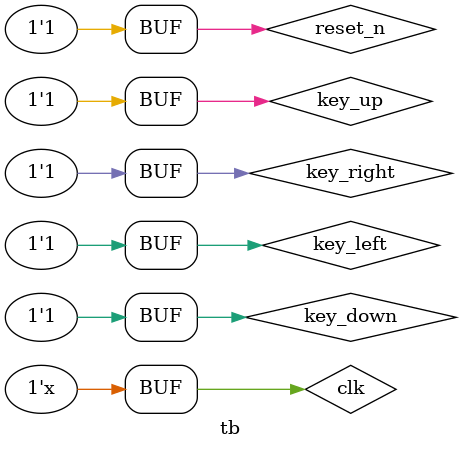
<source format=v>

`timescale 1ns/1ps



module tb();

   reg clk;//50MHZ
   reg reset_n;//sw0
  
  reg  key_up;//bnt0
  reg key_down;//bnt1
  reg key_left;//bnt2
  reg key_right;//bnt3

  wire    [15:0]  rgb_tft    ;   //输出像素信息
  wire            hsync      ;   //输出行同步信号
  wire            vsync      ;   //输出场同步信号
  wire            tft_clk    ;   //输出TFT时钟信号
  wire            tft_de     ;   //输出TFT使能信号
  wire            tft_bl     ;    //输出背光信号
  
 wire            stcp  ;  //输出数据存储寄时钟
 wire            shcp  ;  //移位寄存器的时钟输入
 wire            ds    ;  //串行数据输入
 wire            oe    ;  //输出使能信号
 
 
 
 initial begin
   clk =0;
	reset_n=0;
	key_up=1;
	key_down=1;
	key_left=1;
	key_right=1;
	#1000;
	reset_n=1;
 
 end
 
 always #(10) clk =~clk;

YH_SNAKE_GAME YH_SNAKE_GAME(
              .clk(clk),//50MHZ
              .reset_n(reset_n),//sw0
  
              .key_up(key_up),//bnt0
              .key_down(key_down),//bnt1
              .key_left(key_left),//bnt2
              .key_right(key_right),//bnt3
  
              .rgb_tft   (rgb_tft),   //输出像素信息
              .hsync     (hsync),   //输出行同步信号
              .vsync     (vsync),   //输出场同步信号
              .tft_clk   (tft_clk),   //输出TFT时钟信号
              .tft_de    (tft_de),   //输出TFT使能信号
              .tft_bl    (tft_bl),    //输出背光信号
  
              .stcp      (stcp),   //输出数据存储寄时钟
              .shcp      (shcp),   //移位寄存器的时钟输入
              .ds        (ds),   //串行数据输入
              .oe        (oe)      //输出使能信号
        
		  );
		  

endmodule 

</source>
